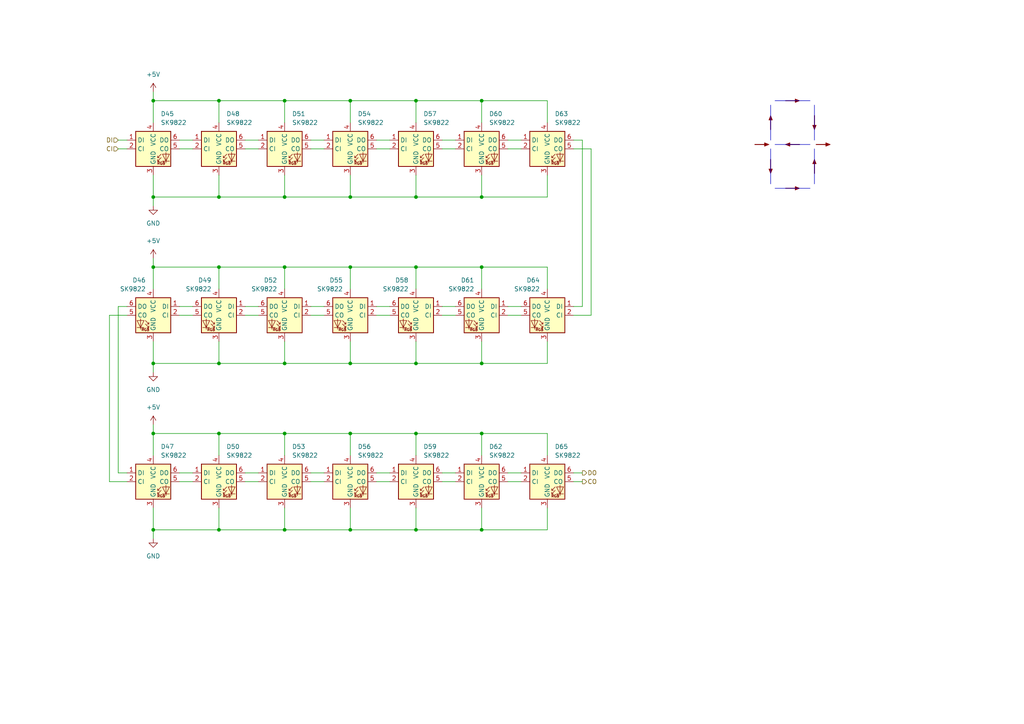
<source format=kicad_sch>
(kicad_sch (version 20250114) (generator "eeschema") (generator_version "9.0")
  (paper "A4")
  (lib_symbols
    (symbol "Graphic:SYM_Arrow_Small" (in_bom no) (on_board no)
      (symbol "SYM_Arrow_Small_0_1"
        (polyline (pts (xy 1.524 0) (xy -2.032 0)) (stroke (width 0.254)))
        (polyline (pts (xy 2.032 0) (xy 0.762 -0.508) (xy 0.762 0.508) (xy 2.032 0)) (fill (type outline)))
      )
    )
    (symbol "LED:APA102"
      (property "Reference" "D" (at 5.08 5.715 0))
      (property "Value" "APA102" (at 1.27 -5.715 0))
      (symbol "APA102_0_0"
        (text "RGB" (at 2.286 -4.191 0) (effects (font (size 0.762 0.762))))
      )
      (symbol "APA102_0_1"
        (polyline (pts (xy 1.27 -2.54) (xy 1.778 -2.54)))
        (polyline (pts (xy 1.27 -3.556) (xy 1.778 -3.556)))
        (polyline (pts (xy 2.286 -1.524) (xy 1.27 -2.54) (xy 1.27 -2.032)))
        (polyline (pts (xy 2.286 -2.54) (xy 1.27 -3.556) (xy 1.27 -3.048)))
        (polyline (pts (xy 3.683 -1.016) (xy 3.683 -3.556) (xy 3.683 -4.064)))
        (polyline (pts (xy 4.699 -1.524) (xy 2.667 -1.524) (xy 3.683 -3.556) (xy 4.699 -1.524)))
        (polyline (pts (xy 4.699 -3.556) (xy 2.667 -3.556)))
        (rectangle (start 5.08 5.08) (end -5.08 -5.08) (stroke (width 0.254)) (fill (type background)))
      )
      (symbol "APA102_1_1"
        (pin input line (at -7.62 2.54 0) (length 2.54) (name "DI") (number "1"))
        (pin input line (at -7.62 0 0) (length 2.54) (name "CI") (number "2"))
        (pin power_in line (at 0 7.62 270) (length 2.54) (name "VCC") (number "4"))
        (pin power_in line (at 0 -7.62 90) (length 2.54) (name "GND") (number "3"))
        (pin output line (at 7.62 2.54 180) (length 2.54) (name "DO") (number "6"))
        (pin output line (at 7.62 0 180) (length 2.54) (name "CO") (number "5"))
      )
    )
    (symbol "power:+5V" (power) (pin_numbers (hide yes)) (pin_names (offset 0) (hide yes))
      (property "Value" "+5V" (at 0 3.556 0))
      (symbol "+5V_0_1"
        (polyline (pts (xy -0.762 1.27) (xy 0 2.54)))
        (polyline (pts (xy 0 2.54) (xy 0.762 1.27)))
        (polyline (pts (xy 0 0) (xy 0 2.54)))
      )
      (symbol "+5V_1_1"
        (pin power_in line (at 0 0 90) (length 0) (name "~") (number "1"))
      )
    )
    (symbol "power:GND" (power) (pin_numbers (hide yes)) (pin_names (offset 0) (hide yes))
      (property "Value" "GND" (at 0 -3.81 0))
      (symbol "GND_0_1"
        (polyline (pts (xy 0 0) (xy 0 -1.27) (xy 1.27 -1.27) (xy 0 -2.54) (xy -1.27 -1.27) (xy 0 -1.27)))
      )
      (symbol "GND_1_1"
        (pin power_in line (at 0 0 270) (length 0) (name "~") (number "1"))
      )
    )
  )
  (junction (at 63.5 29.21))
  (junction (at 82.55 77.47))
  (junction (at 63.5 105.41))
  (junction (at 139.7 105.41))
  (junction (at 44.45 77.47))
  (junction (at 101.6 57.15))
  (junction (at 139.7 77.47))
  (junction (at 82.55 125.73))
  (junction (at 120.65 105.41))
  (junction (at 101.6 29.21))
  (junction (at 63.5 153.67))
  (junction (at 101.6 153.67))
  (junction (at 44.45 29.21))
  (junction (at 120.65 125.73))
  (junction (at 101.6 77.47))
  (junction (at 139.7 153.67))
  (junction (at 139.7 125.73))
  (junction (at 82.55 153.67))
  (junction (at 139.7 29.21))
  (junction (at 44.45 153.67))
  (junction (at 120.65 77.47))
  (junction (at 63.5 77.47))
  (junction (at 120.65 153.67))
  (junction (at 120.65 29.21))
  (junction (at 63.5 125.73))
  (junction (at 120.65 57.15))
  (junction (at 82.55 105.41))
  (junction (at 63.5 57.15))
  (junction (at 82.55 29.21))
  (junction (at 101.6 125.73))
  (junction (at 101.6 105.41))
  (junction (at 139.7 57.15))
  (junction (at 82.55 57.15))
  (junction (at 44.45 125.73))
  (junction (at 44.45 57.15))
  (junction (at 44.45 105.41))
  (wire (pts (xy 71.12 43.18) (xy 74.93 43.18)))
  (wire (pts (xy 139.7 132.08) (xy 139.7 125.73)))
  (wire (pts (xy 166.37 43.18) (xy 171.45 43.18)))
  (wire (pts (xy 93.98 88.9) (xy 90.17 88.9)))
  (wire (pts (xy 158.75 29.21) (xy 139.7 29.21)))
  (wire (pts (xy 147.32 43.18) (xy 151.13 43.18)))
  (wire (pts (xy 34.29 88.9) (xy 34.29 137.16)))
  (wire (pts (xy 109.22 137.16) (xy 113.03 137.16)))
  (wire (pts (xy 55.88 91.44) (xy 52.07 91.44)))
  (wire (pts (xy 36.83 88.9) (xy 34.29 88.9)))
  (wire (pts (xy 120.65 29.21) (xy 101.6 29.21)))
  (wire (pts (xy 120.65 125.73) (xy 101.6 125.73)))
  (wire (pts (xy 128.27 137.16) (xy 132.08 137.16)))
  (wire (pts (xy 90.17 137.16) (xy 93.98 137.16)))
  (wire (pts (xy 109.22 40.64) (xy 113.03 40.64)))
  (wire (pts (xy 139.7 147.32) (xy 139.7 153.67)))
  (wire (pts (xy 82.55 35.56) (xy 82.55 29.21)))
  (wire (pts (xy 44.45 105.41) (xy 44.45 99.06)))
  (wire (pts (xy 166.37 40.64) (xy 168.91 40.64)))
  (wire (pts (xy 44.45 57.15) (xy 63.5 57.15)))
  (polyline (pts (xy 236.22 43.18) (xy 236.22 53.34)))
  (wire (pts (xy 109.22 43.18) (xy 113.03 43.18)))
  (wire (pts (xy 63.5 125.73) (xy 44.45 125.73)))
  (wire (pts (xy 90.17 139.7) (xy 93.98 139.7)))
  (wire (pts (xy 34.29 40.64) (xy 36.83 40.64)))
  (wire (pts (xy 63.5 153.67) (xy 82.55 153.67)))
  (wire (pts (xy 82.55 105.41) (xy 63.5 105.41)))
  (wire (pts (xy 93.98 91.44) (xy 90.17 91.44)))
  (wire (pts (xy 63.5 99.06) (xy 63.5 105.41)))
  (wire (pts (xy 44.45 29.21) (xy 44.45 35.56)))
  (wire (pts (xy 158.75 35.56) (xy 158.75 29.21)))
  (wire (pts (xy 128.27 43.18) (xy 132.08 43.18)))
  (wire (pts (xy 63.5 77.47) (xy 82.55 77.47)))
  (wire (pts (xy 147.32 137.16) (xy 151.13 137.16)))
  (wire (pts (xy 166.37 91.44) (xy 171.45 91.44)))
  (wire (pts (xy 82.55 125.73) (xy 63.5 125.73)))
  (wire (pts (xy 171.45 43.18) (xy 171.45 91.44)))
  (wire (pts (xy 82.55 57.15) (xy 101.6 57.15)))
  (wire (pts (xy 82.55 132.08) (xy 82.55 125.73)))
  (wire (pts (xy 63.5 50.8) (xy 63.5 57.15)))
  (wire (pts (xy 120.65 77.47) (xy 139.7 77.47)))
  (wire (pts (xy 44.45 77.47) (xy 63.5 77.47)))
  (wire (pts (xy 132.08 88.9) (xy 128.27 88.9)))
  (wire (pts (xy 166.37 137.16) (xy 168.91 137.16)))
  (wire (pts (xy 63.5 35.56) (xy 63.5 29.21)))
  (wire (pts (xy 158.75 105.41) (xy 139.7 105.41)))
  (wire (pts (xy 101.6 99.06) (xy 101.6 105.41)))
  (wire (pts (xy 101.6 105.41) (xy 82.55 105.41)))
  (wire (pts (xy 74.93 91.44) (xy 71.12 91.44)))
  (wire (pts (xy 82.55 83.82) (xy 82.55 77.47)))
  (wire (pts (xy 44.45 83.82) (xy 44.45 77.47)))
  (wire (pts (xy 63.5 105.41) (xy 44.45 105.41)))
  (wire (pts (xy 139.7 125.73) (xy 120.65 125.73)))
  (wire (pts (xy 63.5 147.32) (xy 63.5 153.67)))
  (wire (pts (xy 147.32 139.7) (xy 151.13 139.7)))
  (wire (pts (xy 71.12 137.16) (xy 74.93 137.16)))
  (wire (pts (xy 120.65 57.15) (xy 139.7 57.15)))
  (wire (pts (xy 71.12 139.7) (xy 74.93 139.7)))
  (wire (pts (xy 34.29 137.16) (xy 36.83 137.16)))
  (wire (pts (xy 44.45 125.73) (xy 44.45 132.08)))
  (wire (pts (xy 101.6 29.21) (xy 82.55 29.21)))
  (wire (pts (xy 74.93 88.9) (xy 71.12 88.9)))
  (wire (pts (xy 44.45 57.15) (xy 44.45 59.69)))
  (wire (pts (xy 120.65 105.41) (xy 101.6 105.41)))
  (wire (pts (xy 82.55 153.67) (xy 101.6 153.67)))
  (wire (pts (xy 31.75 91.44) (xy 31.75 139.7)))
  (wire (pts (xy 139.7 153.67) (xy 158.75 153.67)))
  (wire (pts (xy 139.7 83.82) (xy 139.7 77.47)))
  (wire (pts (xy 158.75 132.08) (xy 158.75 125.73)))
  (wire (pts (xy 168.91 88.9) (xy 166.37 88.9)))
  (wire (pts (xy 120.65 153.67) (xy 139.7 153.67)))
  (wire (pts (xy 101.6 35.56) (xy 101.6 29.21)))
  (wire (pts (xy 101.6 57.15) (xy 120.65 57.15)))
  (wire (pts (xy 120.65 99.06) (xy 120.65 105.41)))
  (wire (pts (xy 63.5 29.21) (xy 44.45 29.21)))
  (wire (pts (xy 44.45 153.67) (xy 44.45 156.21)))
  (wire (pts (xy 52.07 137.16) (xy 55.88 137.16)))
  (wire (pts (xy 82.55 147.32) (xy 82.55 153.67)))
  (wire (pts (xy 90.17 40.64) (xy 93.98 40.64)))
  (wire (pts (xy 101.6 77.47) (xy 120.65 77.47)))
  (wire (pts (xy 139.7 105.41) (xy 120.65 105.41)))
  (wire (pts (xy 36.83 91.44) (xy 31.75 91.44)))
  (wire (pts (xy 101.6 153.67) (xy 120.65 153.67)))
  (wire (pts (xy 120.65 50.8) (xy 120.65 57.15)))
  (polyline (pts (xy 224.79 41.91) (xy 234.95 41.91)))
  (wire (pts (xy 52.07 40.64) (xy 55.88 40.64)))
  (polyline (pts (xy 224.79 54.61) (xy 234.95 54.61)))
  (wire (pts (xy 34.29 43.18) (xy 36.83 43.18)))
  (wire (pts (xy 113.03 91.44) (xy 109.22 91.44)))
  (wire (pts (xy 44.45 123.19) (xy 44.45 125.73)))
  (wire (pts (xy 44.45 147.32) (xy 44.45 153.67)))
  (wire (pts (xy 63.5 83.82) (xy 63.5 77.47)))
  (wire (pts (xy 63.5 132.08) (xy 63.5 125.73)))
  (wire (pts (xy 82.55 99.06) (xy 82.55 105.41)))
  (wire (pts (xy 120.65 35.56) (xy 120.65 29.21)))
  (wire (pts (xy 82.55 77.47) (xy 101.6 77.47)))
  (wire (pts (xy 101.6 50.8) (xy 101.6 57.15)))
  (wire (pts (xy 71.12 40.64) (xy 74.93 40.64)))
  (wire (pts (xy 120.65 132.08) (xy 120.65 125.73)))
  (wire (pts (xy 55.88 88.9) (xy 52.07 88.9)))
  (wire (pts (xy 120.65 147.32) (xy 120.65 153.67)))
  (wire (pts (xy 120.65 83.82) (xy 120.65 77.47)))
  (wire (pts (xy 82.55 50.8) (xy 82.55 57.15)))
  (wire (pts (xy 101.6 125.73) (xy 82.55 125.73)))
  (wire (pts (xy 132.08 91.44) (xy 128.27 91.44)))
  (wire (pts (xy 158.75 153.67) (xy 158.75 147.32)))
  (wire (pts (xy 52.07 139.7) (xy 55.88 139.7)))
  (wire (pts (xy 101.6 147.32) (xy 101.6 153.67)))
  (wire (pts (xy 128.27 139.7) (xy 132.08 139.7)))
  (wire (pts (xy 158.75 57.15) (xy 158.75 50.8)))
  (wire (pts (xy 63.5 57.15) (xy 82.55 57.15)))
  (polyline (pts (xy 223.52 30.48) (xy 223.52 40.64)))
  (wire (pts (xy 158.75 125.73) (xy 139.7 125.73)))
  (wire (pts (xy 166.37 139.7) (xy 168.91 139.7)))
  (polyline (pts (xy 224.79 29.21) (xy 234.95 29.21)))
  (wire (pts (xy 139.7 29.21) (xy 120.65 29.21)))
  (wire (pts (xy 139.7 50.8) (xy 139.7 57.15)))
  (wire (pts (xy 44.45 50.8) (xy 44.45 57.15)))
  (wire (pts (xy 139.7 77.47) (xy 158.75 77.47)))
  (wire (pts (xy 139.7 99.06) (xy 139.7 105.41)))
  (wire (pts (xy 113.03 88.9) (xy 109.22 88.9)))
  (wire (pts (xy 36.83 139.7) (xy 31.75 139.7)))
  (wire (pts (xy 101.6 132.08) (xy 101.6 125.73)))
  (wire (pts (xy 101.6 83.82) (xy 101.6 77.47)))
  (wire (pts (xy 158.75 77.47) (xy 158.75 83.82)))
  (wire (pts (xy 109.22 139.7) (xy 113.03 139.7)))
  (wire (pts (xy 139.7 57.15) (xy 158.75 57.15)))
  (wire (pts (xy 90.17 43.18) (xy 93.98 43.18)))
  (wire (pts (xy 139.7 35.56) (xy 139.7 29.21)))
  (wire (pts (xy 151.13 91.44) (xy 147.32 91.44)))
  (wire (pts (xy 52.07 43.18) (xy 55.88 43.18)))
  (wire (pts (xy 44.45 74.93) (xy 44.45 77.47)))
  (wire (pts (xy 158.75 99.06) (xy 158.75 105.41)))
  (wire (pts (xy 44.45 26.67) (xy 44.45 29.21)))
  (wire (pts (xy 151.13 88.9) (xy 147.32 88.9)))
  (wire (pts (xy 147.32 40.64) (xy 151.13 40.64)))
  (wire (pts (xy 82.55 29.21) (xy 63.5 29.21)))
  (polyline (pts (xy 223.52 43.18) (xy 223.52 53.34)))
  (wire (pts (xy 168.91 40.64) (xy 168.91 88.9)))
  (wire (pts (xy 128.27 40.64) (xy 132.08 40.64)))
  (wire (pts (xy 44.45 153.67) (xy 63.5 153.67)))
  (wire (pts (xy 44.45 105.41) (xy 44.45 107.95)))
  (polyline (pts (xy 236.22 30.48) (xy 236.22 40.64)))
  (hierarchical_label "CO" (shape output) (at 168.91 139.7 0))
  (hierarchical_label "DI" (shape input) (at 34.29 40.64 180))
  (hierarchical_label "DO" (shape output) (at 168.91 137.16 0))
  (hierarchical_label "CI" (shape input) (at 34.29 43.18 180))
  (symbol (lib_id "Graphic:SYM_Arrow_Small") (at 229.87 41.91 180) (unit 1) (in_bom no) (on_board no)
    (property "Reference" "#SYM" (effects (hide yes)))
    (property "Value" "SYM_Arrow_Small" (effects (hide yes)))
    (property "Description" "Filled arrow, 160mil" (effects (hide yes)))
    (property "Sim.Enable" "0" (effects (hide yes)))
    (instances (project "Bedside_Clock" (path "" (reference "#SYM23") (unit 1)) (path "" (reference "#SYM5") (unit 1)) (path "" (reference "#SYM50") (unit 1))))
  )
  (symbol (lib_id "LED:APA102") (at 158.75 91.44 0) (mirror y) (unit 1)
    (property "Reference" "D8" (at 156.6067 81.28 0) (effects (justify left)))
    (property "Value" "SK9822" (at 156.6067 83.82 0) (effects (justify left)))
    (property "Datasheet" "http://www.led-color.com/upload/201506/APA102%20LED.pdf" (effects (hide yes)))
    (property "Description" "RGB LED with integrated controller" (effects (hide yes)))
    (instances (project "Bedside_Clock" (path "" (reference "D64") (unit 1)) (path "" (reference "D8") (unit 1)) (path "" (reference "D41") (unit 1)) (path "" (reference "D127") (unit 1))))
  )
  (symbol (lib_id "power:+5V") (at 44.45 74.93 0) (mirror y) (unit 1)
    (property "Reference" "#PWR03" (effects (hide yes)))
    (property "Value" "+5V" (at 44.45 69.85 0))
    (property "Description" "Power symbol creates a global label with name \"+5V\"" (effects (hide yes)))
    (instances (project "Bedside_Clock" (path "" (reference "#PWR017") (unit 1)) (path "" (reference "#PWR03") (unit 1)) (path "" (reference "#PWR011") (unit 1)) (path "" (reference "#PWR035") (unit 1))))
  )
  (symbol (lib_id "LED:APA102") (at 44.45 43.18 0) (unit 1)
    (property "Reference" "D1" (at 46.5933 33.02 0) (effects (justify left)))
    (property "Value" "SK9822" (at 46.5933 35.56 0) (effects (justify left)))
    (property "Datasheet" "http://www.led-color.com/upload/201506/APA102%20LED.pdf" (effects (hide yes)))
    (property "Description" "RGB LED with integrated controller" (effects (hide yes)))
    (instances (project "Bedside_Clock" (path "" (reference "D45") (unit 1)) (path "" (reference "D1") (unit 1)) (path "" (reference "D22") (unit 1)) (path "" (reference "D108") (unit 1))))
  )
  (symbol (lib_id "LED:APA102") (at 82.55 139.7 0) (unit 1)
    (property "Reference" "D17" (at 84.6933 129.54 0) (effects (justify left)))
    (property "Value" "SK9822" (at 84.6933 132.08 0) (effects (justify left)))
    (property "Datasheet" "http://www.led-color.com/upload/201506/APA102%20LED.pdf" (effects (hide yes)))
    (property "Description" "RGB LED with integrated controller" (effects (hide yes)))
    (instances (project "Bedside_Clock" (path "" (reference "D53") (unit 1)) (path "" (reference "D17") (unit 1)) (path "" (reference "D30") (unit 1)) (path "" (reference "D116") (unit 1))))
  )
  (symbol (lib_id "Graphic:SYM_Arrow_Small") (at 220.98 41.91 0) (unit 1) (in_bom no) (on_board no)
    (property "Reference" "#SYM" (effects (hide yes)))
    (property "Value" "SYM_Arrow_Small" (effects (hide yes)))
    (property "Description" "Filled arrow, 160mil" (effects (hide yes)))
    (property "Sim.Enable" "0" (effects (hide yes)))
    (instances (project "Bedside_Clock" (path "" (reference "#SYM19") (unit 1)) (path "" (reference "#SYM1") (unit 1)) (path "" (reference "#SYM46") (unit 1))))
  )
  (symbol (lib_id "LED:APA102") (at 101.6 91.44 0) (mirror y) (unit 1)
    (property "Reference" "D11" (at 99.4567 81.28 0) (effects (justify left)))
    (property "Value" "SK9822" (at 99.4567 83.82 0) (effects (justify left)))
    (property "Datasheet" "http://www.led-color.com/upload/201506/APA102%20LED.pdf" (effects (hide yes)))
    (property "Description" "RGB LED with integrated controller" (effects (hide yes)))
    (instances (project "Bedside_Clock" (path "" (reference "D55") (unit 1)) (path "" (reference "D11") (unit 1)) (path "" (reference "D32") (unit 1)) (path "" (reference "D118") (unit 1))))
  )
  (symbol (lib_id "LED:APA102") (at 82.55 43.18 0) (unit 1)
    (property "Reference" "D3" (at 84.6933 33.02 0) (effects (justify left)))
    (property "Value" "SK9822" (at 84.6933 35.56 0) (effects (justify left)))
    (property "Datasheet" "http://www.led-color.com/upload/201506/APA102%20LED.pdf" (effects (hide yes)))
    (property "Description" "RGB LED with integrated controller" (effects (hide yes)))
    (instances (project "Bedside_Clock" (path "" (reference "D51") (unit 1)) (path "" (reference "D3") (unit 1)) (path "" (reference "D28") (unit 1)) (path "" (reference "D114") (unit 1))))
  )
  (symbol (lib_id "LED:APA102") (at 120.65 43.18 0) (unit 1)
    (property "Reference" "D5" (at 122.7933 33.02 0) (effects (justify left)))
    (property "Value" "SK9822" (at 122.7933 35.56 0) (effects (justify left)))
    (property "Datasheet" "http://www.led-color.com/upload/201506/APA102%20LED.pdf" (effects (hide yes)))
    (property "Description" "RGB LED with integrated controller" (effects (hide yes)))
    (instances (project "Bedside_Clock" (path "" (reference "D57") (unit 1)) (path "" (reference "D5") (unit 1)) (path "" (reference "D34") (unit 1)) (path "" (reference "D120") (unit 1))))
  )
  (symbol (lib_id "LED:APA102") (at 101.6 139.7 0) (unit 1)
    (property "Reference" "D18" (at 103.7433 129.54 0) (effects (justify left)))
    (property "Value" "SK9822" (at 103.7433 132.08 0) (effects (justify left)))
    (property "Datasheet" "http://www.led-color.com/upload/201506/APA102%20LED.pdf" (effects (hide yes)))
    (property "Description" "RGB LED with integrated controller" (effects (hide yes)))
    (instances (project "Bedside_Clock" (path "" (reference "D56") (unit 1)) (path "" (reference "D18") (unit 1)) (path "" (reference "D33") (unit 1)) (path "" (reference "D119") (unit 1))))
  )
  (symbol (lib_id "Graphic:SYM_Arrow_Small") (at 223.52 35.56 90) (unit 1) (in_bom no) (on_board no)
    (property "Reference" "#SYM" (effects (hide yes)))
    (property "Value" "SYM_Arrow_Small" (effects (hide yes)))
    (property "Description" "Filled arrow, 160mil" (effects (hide yes)))
    (property "Sim.Enable" "0" (effects (hide yes)))
    (instances (project "Bedside_Clock" (path "" (reference "#SYM20") (unit 1)) (path "" (reference "#SYM2") (unit 1)) (path "" (reference "#SYM47") (unit 1))))
  )
  (symbol (lib_id "LED:APA102") (at 63.5 139.7 0) (unit 1)
    (property "Reference" "D16" (at 65.6433 129.54 0) (effects (justify left)))
    (property "Value" "SK9822" (at 65.6433 132.08 0) (effects (justify left)))
    (property "Datasheet" "http://www.led-color.com/upload/201506/APA102%20LED.pdf" (effects (hide yes)))
    (property "Description" "RGB LED with integrated controller" (effects (hide yes)))
    (instances (project "Bedside_Clock" (path "" (reference "D50") (unit 1)) (path "" (reference "D16") (unit 1)) (path "" (reference "D27") (unit 1)) (path "" (reference "D113") (unit 1))))
  )
  (symbol (lib_id "Graphic:SYM_Arrow_Small") (at 236.22 35.56 270) (unit 1) (in_bom no) (on_board no)
    (property "Reference" "#SYM" (effects (hide yes)))
    (property "Value" "SYM_Arrow_Small" (effects (hide yes)))
    (property "Description" "Filled arrow, 160mil" (effects (hide yes)))
    (property "Sim.Enable" "0" (effects (hide yes)))
    (instances (project "Bedside_Clock" (path "" (reference "#SYM25") (unit 1)) (path "" (reference "#SYM7") (unit 1)) (path "" (reference "#SYM52") (unit 1))))
  )
  (symbol (lib_id "LED:APA102") (at 139.7 139.7 0) (unit 1)
    (property "Reference" "D20" (at 141.8433 129.54 0) (effects (justify left)))
    (property "Value" "SK9822" (at 141.8433 132.08 0) (effects (justify left)))
    (property "Datasheet" "http://www.led-color.com/upload/201506/APA102%20LED.pdf" (effects (hide yes)))
    (property "Description" "RGB LED with integrated controller" (effects (hide yes)))
    (instances (project "Bedside_Clock" (path "" (reference "D62") (unit 1)) (path "" (reference "D20") (unit 1)) (path "" (reference "D39") (unit 1)) (path "" (reference "D125") (unit 1))))
  )
  (symbol (lib_id "power:+5V") (at 44.45 26.67 0) (unit 1)
    (property "Reference" "#PWR" (effects (hide yes)))
    (property "Value" "+5V" (at 44.45 21.59 0))
    (property "Description" "Power symbol creates a global label with name \"+5V\"" (effects (hide yes)))
    (instances (project "Bedside_Clock" (path "" (reference "#PWR015") (unit 1)) (path "" (reference "#PWR09") (unit 1)) (path "" (reference "#PWR033") (unit 1))))
  )
  (symbol (lib_id "LED:APA102") (at 82.55 91.44 0) (mirror y) (unit 1)
    (property "Reference" "D12" (at 80.4067 81.28 0) (effects (justify left)))
    (property "Value" "SK9822" (at 80.4067 83.82 0) (effects (justify left)))
    (property "Datasheet" "http://www.led-color.com/upload/201506/APA102%20LED.pdf" (effects (hide yes)))
    (property "Description" "RGB LED with integrated controller" (effects (hide yes)))
    (instances (project "Bedside_Clock" (path "" (reference "D52") (unit 1)) (path "" (reference "D12") (unit 1)) (path "" (reference "D29") (unit 1)) (path "" (reference "D115") (unit 1))))
  )
  (symbol (lib_id "Graphic:SYM_Arrow_Small") (at 229.87 29.21 0) (unit 1) (in_bom no) (on_board no)
    (property "Reference" "#SYM" (effects (hide yes)))
    (property "Value" "SYM_Arrow_Small" (effects (hide yes)))
    (property "Description" "Filled arrow, 160mil" (effects (hide yes)))
    (property "Sim.Enable" "0" (effects (hide yes)))
    (instances (project "Bedside_Clock" (path "" (reference "#SYM22") (unit 1)) (path "" (reference "#SYM4") (unit 1)) (path "" (reference "#SYM49") (unit 1))))
  )
  (symbol (lib_id "LED:APA102") (at 158.75 43.18 0) (unit 1)
    (property "Reference" "D7" (at 160.8933 33.02 0) (effects (justify left)))
    (property "Value" "SK9822" (at 160.8933 35.56 0) (effects (justify left)))
    (property "Datasheet" "http://www.led-color.com/upload/201506/APA102%20LED.pdf" (effects (hide yes)))
    (property "Description" "RGB LED with integrated controller" (effects (hide yes)))
    (instances (project "Bedside_Clock" (path "" (reference "D63") (unit 1)) (path "" (reference "D7") (unit 1)) (path "" (reference "D40") (unit 1)) (path "" (reference "D126") (unit 1))))
  )
  (symbol (lib_id "Graphic:SYM_Arrow_Small") (at 238.76 41.91 0) (unit 1) (in_bom no) (on_board no)
    (property "Reference" "#SYM" (effects (hide yes)))
    (property "Value" "SYM_Arrow_Small" (effects (hide yes)))
    (property "Description" "Filled arrow, 160mil" (effects (hide yes)))
    (property "Sim.Enable" "0" (effects (hide yes)))
    (instances (project "Bedside_Clock" (path "" (reference "#SYM27") (unit 1)) (path "" (reference "#SYM9") (unit 1)) (path "" (reference "#SYM54") (unit 1))))
  )
  (symbol (lib_id "LED:APA102") (at 44.45 139.7 0) (unit 1)
    (property "Reference" "D15" (at 46.5933 129.54 0) (effects (justify left)))
    (property "Value" "SK9822" (at 46.5933 132.08 0) (effects (justify left)))
    (property "Datasheet" "http://www.led-color.com/upload/201506/APA102%20LED.pdf" (effects (hide yes)))
    (property "Description" "RGB LED with integrated controller" (effects (hide yes)))
    (instances (project "Bedside_Clock" (path "" (reference "D47") (unit 1)) (path "" (reference "D15") (unit 1)) (path "" (reference "D24") (unit 1)) (path "" (reference "D110") (unit 1))))
  )
  (symbol (lib_id "LED:APA102") (at 101.6 43.18 0) (unit 1)
    (property "Reference" "D4" (at 103.7433 33.02 0) (effects (justify left)))
    (property "Value" "SK9822" (at 103.7433 35.56 0) (effects (justify left)))
    (property "Datasheet" "http://www.led-color.com/upload/201506/APA102%20LED.pdf" (effects (hide yes)))
    (property "Description" "RGB LED with integrated controller" (effects (hide yes)))
    (instances (project "Bedside_Clock" (path "" (reference "D54") (unit 1)) (path "" (reference "D4") (unit 1)) (path "" (reference "D31") (unit 1)) (path "" (reference "D117") (unit 1))))
  )
  (symbol (lib_id "LED:APA102") (at 158.75 139.7 0) (unit 1)
    (property "Reference" "D21" (at 160.8933 129.54 0) (effects (justify left)))
    (property "Value" "SK9822" (at 160.8933 132.08 0) (effects (justify left)))
    (property "Datasheet" "http://www.led-color.com/upload/201506/APA102%20LED.pdf" (effects (hide yes)))
    (property "Description" "RGB LED with integrated controller" (effects (hide yes)))
    (instances (project "Bedside_Clock" (path "" (reference "D65") (unit 1)) (path "" (reference "D21") (unit 1)) (path "" (reference "D42") (unit 1)) (path "" (reference "D128") (unit 1))))
  )
  (symbol (lib_id "LED:APA102") (at 63.5 91.44 0) (mirror y) (unit 1)
    (property "Reference" "D13" (at 61.3567 81.28 0) (effects (justify left)))
    (property "Value" "SK9822" (at 61.3567 83.82 0) (effects (justify left)))
    (property "Datasheet" "http://www.led-color.com/upload/201506/APA102%20LED.pdf" (effects (hide yes)))
    (property "Description" "RGB LED with integrated controller" (effects (hide yes)))
    (instances (project "Bedside_Clock" (path "" (reference "D49") (unit 1)) (path "" (reference "D13") (unit 1)) (path "" (reference "D26") (unit 1)) (path "" (reference "D112") (unit 1))))
  )
  (symbol (lib_id "Graphic:SYM_Arrow_Small") (at 236.22 48.26 90) (unit 1) (in_bom no) (on_board no)
    (property "Reference" "#SYM" (effects (hide yes)))
    (property "Value" "SYM_Arrow_Small" (effects (hide yes)))
    (property "Description" "Filled arrow, 160mil" (effects (hide yes)))
    (property "Sim.Enable" "0" (effects (hide yes)))
    (instances (project "Bedside_Clock" (path "" (reference "#SYM26") (unit 1)) (path "" (reference "#SYM8") (unit 1)) (path "" (reference "#SYM53") (unit 1))))
  )
  (symbol (lib_id "LED:APA102") (at 120.65 139.7 0) (unit 1)
    (property "Reference" "D19" (at 122.7933 129.54 0) (effects (justify left)))
    (property "Value" "SK9822" (at 122.7933 132.08 0) (effects (justify left)))
    (property "Datasheet" "http://www.led-color.com/upload/201506/APA102%20LED.pdf" (effects (hide yes)))
    (property "Description" "RGB LED with integrated controller" (effects (hide yes)))
    (instances (project "Bedside_Clock" (path "" (reference "D59") (unit 1)) (path "" (reference "D19") (unit 1)) (path "" (reference "D36") (unit 1)) (path "" (reference "D122") (unit 1))))
  )
  (symbol (lib_id "power:+5V") (at 44.45 123.19 0) (unit 1)
    (property "Reference" "#PWR05" (effects (hide yes)))
    (property "Value" "+5V" (at 44.45 118.11 0))
    (property "Description" "Power symbol creates a global label with name \"+5V\"" (effects (hide yes)))
    (instances (project "Bedside_Clock" (path "" (reference "#PWR019") (unit 1)) (path "" (reference "#PWR05") (unit 1)) (path "" (reference "#PWR013") (unit 1)) (path "" (reference "#PWR037") (unit 1))))
  )
  (symbol (lib_id "Graphic:SYM_Arrow_Small") (at 229.87 54.61 0) (unit 1) (in_bom no) (on_board no)
    (property "Reference" "#SYM" (effects (hide yes)))
    (property "Value" "SYM_Arrow_Small" (effects (hide yes)))
    (property "Description" "Filled arrow, 160mil" (effects (hide yes)))
    (property "Sim.Enable" "0" (effects (hide yes)))
    (instances (project "Bedside_Clock" (path "" (reference "#SYM24") (unit 1)) (path "" (reference "#SYM6") (unit 1)) (path "" (reference "#SYM51") (unit 1))))
  )
  (symbol (lib_id "LED:APA102") (at 63.5 43.18 0) (unit 1)
    (property "Reference" "D2" (at 65.6433 33.02 0) (effects (justify left)))
    (property "Value" "SK9822" (at 65.6433 35.56 0) (effects (justify left)))
    (property "Datasheet" "http://www.led-color.com/upload/201506/APA102%20LED.pdf" (effects (hide yes)))
    (property "Description" "RGB LED with integrated controller" (effects (hide yes)))
    (instances (project "Bedside_Clock" (path "" (reference "D48") (unit 1)) (path "" (reference "D2") (unit 1)) (path "" (reference "D25") (unit 1)) (path "" (reference "D111") (unit 1))))
  )
  (symbol (lib_id "power:GND") (at 44.45 107.95 0) (mirror y) (unit 1)
    (property "Reference" "#PWR04" (effects (hide yes)))
    (property "Value" "GND" (at 44.45 113.03 0))
    (property "Description" "Power symbol creates a global label with name \"GND\" , ground" (effects (hide yes)))
    (instances (project "Bedside_Clock" (path "" (reference "#PWR018") (unit 1)) (path "" (reference "#PWR04") (unit 1)) (path "" (reference "#PWR012") (unit 1)) (path "" (reference "#PWR036") (unit 1))))
  )
  (symbol (lib_id "Graphic:SYM_Arrow_Small") (at 223.52 48.26 270) (unit 1) (in_bom no) (on_board no)
    (property "Reference" "#SYM" (effects (hide yes)))
    (property "Value" "SYM_Arrow_Small" (effects (hide yes)))
    (property "Description" "Filled arrow, 160mil" (effects (hide yes)))
    (property "Sim.Enable" "0" (effects (hide yes)))
    (instances (project "Bedside_Clock" (path "" (reference "#SYM21") (unit 1)) (path "" (reference "#SYM3") (unit 1)) (path "" (reference "#SYM48") (unit 1))))
  )
  (symbol (lib_id "power:GND") (at 44.45 59.69 0) (unit 1)
    (property "Reference" "#PWR" (effects (hide yes)))
    (property "Value" "GND" (at 44.45 64.77 0))
    (property "Description" "Power symbol creates a global label with name \"GND\" , ground" (effects (hide yes)))
    (instances (project "Bedside_Clock" (path "" (reference "#PWR016") (unit 1)) (path "" (reference "#PWR010") (unit 1)) (path "" (reference "#PWR034") (unit 1))))
  )
  (symbol (lib_id "LED:APA102") (at 44.45 91.44 0) (mirror y) (unit 1)
    (property "Reference" "D14" (at 42.3067 81.28 0) (effects (justify left)))
    (property "Value" "SK9822" (at 42.3067 83.82 0) (effects (justify left)))
    (property "Datasheet" "http://www.led-color.com/upload/201506/APA102%20LED.pdf" (effects (hide yes)))
    (property "Description" "RGB LED with integrated controller" (effects (hide yes)))
    (instances (project "Bedside_Clock" (path "" (reference "D46") (unit 1)) (path "" (reference "D14") (unit 1)) (path "" (reference "D23") (unit 1)) (path "" (reference "D109") (unit 1))))
  )
  (symbol (lib_id "power:GND") (at 44.45 156.21 0) (unit 1)
    (property "Reference" "#PWR06" (effects (hide yes)))
    (property "Value" "GND" (at 44.45 161.29 0))
    (property "Description" "Power symbol creates a global label with name \"GND\" , ground" (effects (hide yes)))
    (instances (project "Bedside_Clock" (path "" (reference "#PWR020") (unit 1)) (path "" (reference "#PWR06") (unit 1)) (path "" (reference "#PWR014") (unit 1)) (path "" (reference "#PWR038") (unit 1))))
  )
  (symbol (lib_id "LED:APA102") (at 139.7 43.18 0) (unit 1)
    (property "Reference" "D6" (at 141.8433 33.02 0) (effects (justify left)))
    (property "Value" "SK9822" (at 141.8433 35.56 0) (effects (justify left)))
    (property "Datasheet" "http://www.led-color.com/upload/201506/APA102%20LED.pdf" (effects (hide yes)))
    (property "Description" "RGB LED with integrated controller" (effects (hide yes)))
    (instances (project "Bedside_Clock" (path "" (reference "D60") (unit 1)) (path "" (reference "D6") (unit 1)) (path "" (reference "D37") (unit 1)) (path "" (reference "D123") (unit 1))))
  )
  (symbol (lib_id "LED:APA102") (at 139.7 91.44 0) (mirror y) (unit 1)
    (property "Reference" "D9" (at 137.5567 81.28 0) (effects (justify left)))
    (property "Value" "SK9822" (at 137.5567 83.82 0) (effects (justify left)))
    (property "Datasheet" "http://www.led-color.com/upload/201506/APA102%20LED.pdf" (effects (hide yes)))
    (property "Description" "RGB LED with integrated controller" (effects (hide yes)))
    (instances (project "Bedside_Clock" (path "" (reference "D61") (unit 1)) (path "" (reference "D9") (unit 1)) (path "" (reference "D38") (unit 1)) (path "" (reference "D124") (unit 1))))
  )
  (symbol (lib_id "LED:APA102") (at 120.65 91.44 0) (mirror y) (unit 1)
    (property "Reference" "D10" (at 118.5067 81.28 0) (effects (justify left)))
    (property "Value" "SK9822" (at 118.5067 83.82 0) (effects (justify left)))
    (property "Datasheet" "http://www.led-color.com/upload/201506/APA102%20LED.pdf" (effects (hide yes)))
    (property "Description" "RGB LED with integrated controller" (effects (hide yes)))
    (instances (project "Bedside_Clock" (path "" (reference "D58") (unit 1)) (path "" (reference "D10") (unit 1)) (path "" (reference "D35") (unit 1)) (path "" (reference "D121") (unit 1))))
  )
)
</source>
